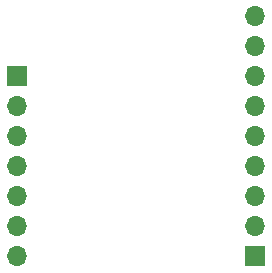
<source format=gbr>
%TF.GenerationSoftware,KiCad,Pcbnew,6.0.8-f2edbf62ab~116~ubuntu20.04.1*%
%TF.CreationDate,2022-10-17T17:20:23+03:00*%
%TF.ProjectId,nicla_sense,6e69636c-615f-4736-956e-73652e6b6963,rev?*%
%TF.SameCoordinates,Original*%
%TF.FileFunction,Soldermask,Bot*%
%TF.FilePolarity,Negative*%
%FSLAX46Y46*%
G04 Gerber Fmt 4.6, Leading zero omitted, Abs format (unit mm)*
G04 Created by KiCad (PCBNEW 6.0.8-f2edbf62ab~116~ubuntu20.04.1) date 2022-10-17 17:20:23*
%MOMM*%
%LPD*%
G01*
G04 APERTURE LIST*
%ADD10R,1.700000X1.700000*%
%ADD11O,1.700000X1.700000*%
G04 APERTURE END LIST*
D10*
%TO.C,J2*%
X156180000Y-111080000D03*
D11*
X156180000Y-108540000D03*
X156180000Y-106000000D03*
X156180000Y-103460000D03*
X156180000Y-100920000D03*
X156180000Y-98380000D03*
X156180000Y-95840000D03*
X156180000Y-93300000D03*
X156180000Y-90760000D03*
%TD*%
D10*
%TO.C,J1*%
X135950000Y-95830000D03*
D11*
X135950000Y-98370000D03*
X135950000Y-100910000D03*
X135950000Y-103450000D03*
X135950000Y-105990000D03*
X135950000Y-108530000D03*
X135950000Y-111070000D03*
%TD*%
M02*

</source>
